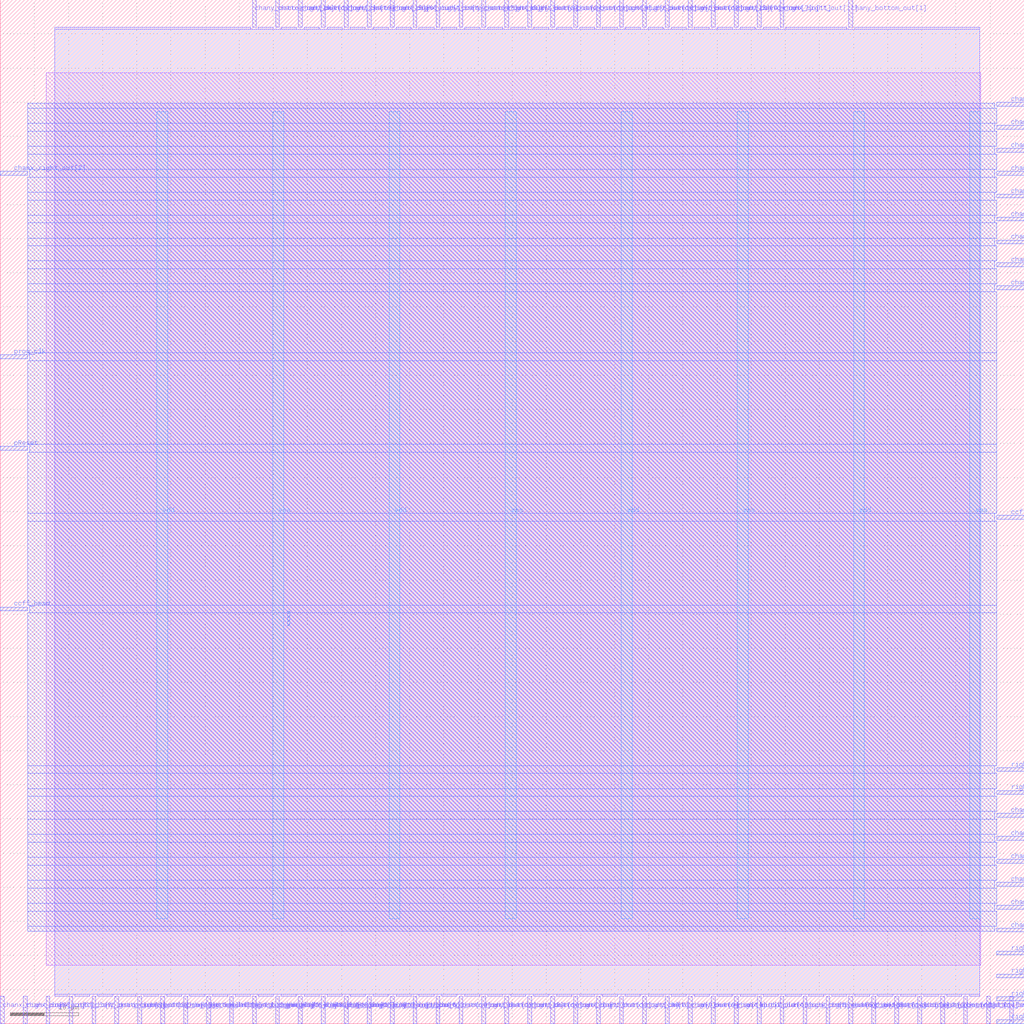
<source format=lef>
VERSION 5.7 ;
  NOWIREEXTENSIONATPIN ON ;
  DIVIDERCHAR "/" ;
  BUSBITCHARS "[]" ;
MACRO sb_0__2_
  CLASS BLOCK ;
  FOREIGN sb_0__2_ ;
  ORIGIN 0.000 0.000 ;
  SIZE 150.000 BY 150.000 ;
  PIN bottom_left_grid_right_width_0_height_0_subtile_0__pin_inpad_0_
    DIRECTION INPUT ;
    USE SIGNAL ;
    PORT
      LAYER Metal2 ;
        RECT 30.240 0.000 30.800 4.000 ;
    END
  END bottom_left_grid_right_width_0_height_0_subtile_0__pin_inpad_0_
  PIN bottom_left_grid_right_width_0_height_0_subtile_1__pin_inpad_0_
    DIRECTION INPUT ;
    USE SIGNAL ;
    PORT
      LAYER Metal2 ;
        RECT 10.080 0.000 10.640 4.000 ;
    END
  END bottom_left_grid_right_width_0_height_0_subtile_1__pin_inpad_0_
  PIN bottom_left_grid_right_width_0_height_0_subtile_2__pin_inpad_0_
    DIRECTION INPUT ;
    USE SIGNAL ;
    PORT
      LAYER Metal2 ;
        RECT 110.880 0.000 111.440 4.000 ;
    END
  END bottom_left_grid_right_width_0_height_0_subtile_2__pin_inpad_0_
  PIN bottom_left_grid_right_width_0_height_0_subtile_3__pin_inpad_0_
    DIRECTION INPUT ;
    USE SIGNAL ;
    PORT
      LAYER Metal2 ;
        RECT 144.480 0.000 145.040 4.000 ;
    END
  END bottom_left_grid_right_width_0_height_0_subtile_3__pin_inpad_0_
  PIN bottom_right_grid_left_width_0_height_0_subtile_0__pin_O_3_
    DIRECTION INPUT ;
    USE SIGNAL ;
    PORT
      LAYER Metal2 ;
        RECT 33.600 0.000 34.160 4.000 ;
    END
  END bottom_right_grid_left_width_0_height_0_subtile_0__pin_O_3_
  PIN bottom_right_grid_left_width_0_height_0_subtile_0__pin_O_7_
    DIRECTION INPUT ;
    USE SIGNAL ;
    PORT
      LAYER Metal2 ;
        RECT 23.520 0.000 24.080 4.000 ;
    END
  END bottom_right_grid_left_width_0_height_0_subtile_0__pin_O_7_
  PIN ccff_head
    DIRECTION INPUT ;
    USE SIGNAL ;
    ANTENNAGATEAREA 0.741000 ;
    ANTENNADIFFAREA 0.410400 ;
    PORT
      LAYER Metal3 ;
        RECT 0.000 60.480 4.000 61.040 ;
    END
  END ccff_head
  PIN ccff_tail
    DIRECTION OUTPUT TRISTATE ;
    USE SIGNAL ;
    ANTENNADIFFAREA 2.080400 ;
    PORT
      LAYER Metal3 ;
        RECT 146.000 73.920 150.000 74.480 ;
    END
  END ccff_tail
  PIN chanx_right_in[0]
    DIRECTION INPUT ;
    USE SIGNAL ;
    ANTENNAGATEAREA 0.741000 ;
    ANTENNADIFFAREA 0.410400 ;
    PORT
      LAYER Metal2 ;
        RECT 53.760 146.000 54.320 150.000 ;
    END
  END chanx_right_in[0]
  PIN chanx_right_in[10]
    DIRECTION INPUT ;
    USE SIGNAL ;
    ANTENNAGATEAREA 0.741000 ;
    ANTENNADIFFAREA 0.410400 ;
    PORT
      LAYER Metal2 ;
        RECT 80.640 0.000 81.200 4.000 ;
    END
  END chanx_right_in[10]
  PIN chanx_right_in[11]
    DIRECTION INPUT ;
    USE SIGNAL ;
    ANTENNAGATEAREA 0.741000 ;
    ANTENNADIFFAREA 0.410400 ;
    PORT
      LAYER Metal2 ;
        RECT 110.880 146.000 111.440 150.000 ;
    END
  END chanx_right_in[11]
  PIN chanx_right_in[12]
    DIRECTION INPUT ;
    USE SIGNAL ;
    ANTENNAGATEAREA 0.741000 ;
    ANTENNADIFFAREA 0.410400 ;
    PORT
      LAYER Metal3 ;
        RECT 146.000 13.440 150.000 14.000 ;
    END
  END chanx_right_in[12]
  PIN chanx_right_in[13]
    DIRECTION INPUT ;
    USE SIGNAL ;
    PORT
      LAYER Metal2 ;
        RECT 53.760 0.000 54.320 4.000 ;
    END
  END chanx_right_in[13]
  PIN chanx_right_in[14]
    DIRECTION INPUT ;
    USE SIGNAL ;
    PORT
      LAYER Metal2 ;
        RECT 40.320 0.000 40.880 4.000 ;
    END
  END chanx_right_in[14]
  PIN chanx_right_in[15]
    DIRECTION INPUT ;
    USE SIGNAL ;
    PORT
      LAYER Metal2 ;
        RECT 47.040 0.000 47.600 4.000 ;
    END
  END chanx_right_in[15]
  PIN chanx_right_in[16]
    DIRECTION INPUT ;
    USE SIGNAL ;
    PORT
      LAYER Metal2 ;
        RECT 36.960 0.000 37.520 4.000 ;
    END
  END chanx_right_in[16]
  PIN chanx_right_in[17]
    DIRECTION INPUT ;
    USE SIGNAL ;
    PORT
      LAYER Metal2 ;
        RECT 50.400 0.000 50.960 4.000 ;
    END
  END chanx_right_in[17]
  PIN chanx_right_in[18]
    DIRECTION INPUT ;
    USE SIGNAL ;
    PORT
      LAYER Metal2 ;
        RECT 43.680 0.000 44.240 4.000 ;
    END
  END chanx_right_in[18]
  PIN chanx_right_in[19]
    DIRECTION INPUT ;
    USE SIGNAL ;
    ANTENNAGATEAREA 0.741000 ;
    ANTENNADIFFAREA 0.410400 ;
    PORT
      LAYER Metal2 ;
        RECT 47.040 146.000 47.600 150.000 ;
    END
  END chanx_right_in[19]
  PIN chanx_right_in[1]
    DIRECTION INPUT ;
    USE SIGNAL ;
    ANTENNAGATEAREA 0.741000 ;
    ANTENNADIFFAREA 0.410400 ;
    PORT
      LAYER Metal2 ;
        RECT 60.480 146.000 61.040 150.000 ;
    END
  END chanx_right_in[1]
  PIN chanx_right_in[2]
    DIRECTION INPUT ;
    USE SIGNAL ;
    ANTENNAGATEAREA 0.741000 ;
    ANTENNADIFFAREA 0.410400 ;
    PORT
      LAYER Metal3 ;
        RECT 146.000 134.400 150.000 134.960 ;
    END
  END chanx_right_in[2]
  PIN chanx_right_in[3]
    DIRECTION INPUT ;
    USE SIGNAL ;
    PORT
      LAYER Metal2 ;
        RECT 3.360 0.000 3.920 4.000 ;
    END
  END chanx_right_in[3]
  PIN chanx_right_in[4]
    DIRECTION INPUT ;
    USE SIGNAL ;
    PORT
      LAYER Metal2 ;
        RECT 6.720 0.000 7.280 4.000 ;
    END
  END chanx_right_in[4]
  PIN chanx_right_in[5]
    DIRECTION INPUT ;
    USE SIGNAL ;
    PORT
      LAYER Metal2 ;
        RECT 114.240 0.000 114.800 4.000 ;
    END
  END chanx_right_in[5]
  PIN chanx_right_in[6]
    DIRECTION INPUT ;
    USE SIGNAL ;
    PORT
      LAYER Metal2 ;
        RECT 57.120 0.000 57.680 4.000 ;
    END
  END chanx_right_in[6]
  PIN chanx_right_in[7]
    DIRECTION INPUT ;
    USE SIGNAL ;
    PORT
      LAYER Metal2 ;
        RECT 90.720 0.000 91.280 4.000 ;
    END
  END chanx_right_in[7]
  PIN chanx_right_in[8]
    DIRECTION INPUT ;
    USE SIGNAL ;
    PORT
      LAYER Metal2 ;
        RECT 0.000 0.000 0.560 4.000 ;
    END
  END chanx_right_in[8]
  PIN chanx_right_in[9]
    DIRECTION INPUT ;
    USE SIGNAL ;
    ANTENNAGATEAREA 0.741000 ;
    ANTENNADIFFAREA 0.410400 ;
    PORT
      LAYER Metal2 ;
        RECT 104.160 146.000 104.720 150.000 ;
    END
  END chanx_right_in[9]
  PIN chanx_right_out[0]
    DIRECTION OUTPUT TRISTATE ;
    USE SIGNAL ;
    ANTENNADIFFAREA 0.360800 ;
    PORT
      LAYER Metal3 ;
        RECT 146.000 114.240 150.000 114.800 ;
    END
  END chanx_right_out[0]
  PIN chanx_right_out[10]
    DIRECTION OUTPUT TRISTATE ;
    USE SIGNAL ;
    ANTENNADIFFAREA 0.360800 ;
    PORT
      LAYER Metal2 ;
        RECT 73.920 0.000 74.480 4.000 ;
    END
  END chanx_right_out[10]
  PIN chanx_right_out[11]
    DIRECTION OUTPUT TRISTATE ;
    USE SIGNAL ;
    ANTENNADIFFAREA 0.360800 ;
    PORT
      LAYER Metal2 ;
        RECT 114.240 146.000 114.800 150.000 ;
    END
  END chanx_right_out[11]
  PIN chanx_right_out[12]
    DIRECTION OUTPUT TRISTATE ;
    USE SIGNAL ;
    ANTENNADIFFAREA 0.360800 ;
    PORT
      LAYER Metal2 ;
        RECT 40.320 146.000 40.880 150.000 ;
    END
  END chanx_right_out[12]
  PIN chanx_right_out[13]
    DIRECTION OUTPUT TRISTATE ;
    USE SIGNAL ;
    ANTENNADIFFAREA 0.360800 ;
    PORT
      LAYER Metal2 ;
        RECT 84.000 0.000 84.560 4.000 ;
    END
  END chanx_right_out[13]
  PIN chanx_right_out[14]
    DIRECTION OUTPUT TRISTATE ;
    USE SIGNAL ;
    ANTENNADIFFAREA 0.360800 ;
    PORT
      LAYER Metal2 ;
        RECT 124.320 0.000 124.880 4.000 ;
    END
  END chanx_right_out[14]
  PIN chanx_right_out[15]
    DIRECTION OUTPUT TRISTATE ;
    USE SIGNAL ;
    ANTENNADIFFAREA 0.360800 ;
    PORT
      LAYER Metal2 ;
        RECT 107.520 0.000 108.080 4.000 ;
    END
  END chanx_right_out[15]
  PIN chanx_right_out[16]
    DIRECTION OUTPUT TRISTATE ;
    USE SIGNAL ;
    ANTENNADIFFAREA 2.080400 ;
    PORT
      LAYER Metal2 ;
        RECT 90.720 146.000 91.280 150.000 ;
    END
  END chanx_right_out[16]
  PIN chanx_right_out[17]
    DIRECTION OUTPUT TRISTATE ;
    USE SIGNAL ;
    ANTENNADIFFAREA 2.080400 ;
    PORT
      LAYER Metal3 ;
        RECT 146.000 30.240 150.000 30.800 ;
    END
  END chanx_right_out[17]
  PIN chanx_right_out[18]
    DIRECTION OUTPUT TRISTATE ;
    USE SIGNAL ;
    ANTENNADIFFAREA 2.080400 ;
    PORT
      LAYER Metal2 ;
        RECT 97.440 146.000 98.000 150.000 ;
    END
  END chanx_right_out[18]
  PIN chanx_right_out[19]
    DIRECTION OUTPUT TRISTATE ;
    USE SIGNAL ;
    ANTENNADIFFAREA 2.080400 ;
    PORT
      LAYER Metal2 ;
        RECT 67.200 0.000 67.760 4.000 ;
    END
  END chanx_right_out[19]
  PIN chanx_right_out[1]
    DIRECTION OUTPUT TRISTATE ;
    USE SIGNAL ;
    ANTENNADIFFAREA 0.360800 ;
    PORT
      LAYER Metal2 ;
        RECT 57.120 146.000 57.680 150.000 ;
    END
  END chanx_right_out[1]
  PIN chanx_right_out[2]
    DIRECTION OUTPUT TRISTATE ;
    USE SIGNAL ;
    ANTENNADIFFAREA 0.360800 ;
    PORT
      LAYER Metal3 ;
        RECT 0.000 124.320 4.000 124.880 ;
    END
  END chanx_right_out[2]
  PIN chanx_right_out[3]
    DIRECTION OUTPUT TRISTATE ;
    USE SIGNAL ;
    ANTENNADIFFAREA 0.360800 ;
    PORT
      LAYER Metal2 ;
        RECT 73.920 146.000 74.480 150.000 ;
    END
  END chanx_right_out[3]
  PIN chanx_right_out[4]
    DIRECTION OUTPUT TRISTATE ;
    USE SIGNAL ;
    ANTENNADIFFAREA 0.360800 ;
    PORT
      LAYER Metal2 ;
        RECT 70.560 146.000 71.120 150.000 ;
    END
  END chanx_right_out[4]
  PIN chanx_right_out[5]
    DIRECTION OUTPUT TRISTATE ;
    USE SIGNAL ;
    ANTENNADIFFAREA 0.360800 ;
    PORT
      LAYER Metal3 ;
        RECT 146.000 117.600 150.000 118.160 ;
    END
  END chanx_right_out[5]
  PIN chanx_right_out[6]
    DIRECTION OUTPUT TRISTATE ;
    USE SIGNAL ;
    ANTENNADIFFAREA 2.080400 ;
    PORT
      LAYER Metal2 ;
        RECT 87.360 146.000 87.920 150.000 ;
    END
  END chanx_right_out[6]
  PIN chanx_right_out[7]
    DIRECTION OUTPUT TRISTATE ;
    USE SIGNAL ;
    ANTENNADIFFAREA 2.080400 ;
    PORT
      LAYER Metal2 ;
        RECT 104.160 0.000 104.720 4.000 ;
    END
  END chanx_right_out[7]
  PIN chanx_right_out[8]
    DIRECTION OUTPUT TRISTATE ;
    USE SIGNAL ;
    ANTENNADIFFAREA 1.986000 ;
    PORT
      LAYER Metal3 ;
        RECT 146.000 110.880 150.000 111.440 ;
    END
  END chanx_right_out[8]
  PIN chanx_right_out[9]
    DIRECTION OUTPUT TRISTATE ;
    USE SIGNAL ;
    ANTENNADIFFAREA 2.080400 ;
    PORT
      LAYER Metal2 ;
        RECT 97.440 0.000 98.000 4.000 ;
    END
  END chanx_right_out[9]
  PIN chany_bottom_in[0]
    DIRECTION INPUT ;
    USE SIGNAL ;
    ANTENNAGATEAREA 0.741000 ;
    ANTENNADIFFAREA 0.410400 ;
    PORT
      LAYER Metal2 ;
        RECT 94.080 146.000 94.640 150.000 ;
    END
  END chany_bottom_in[0]
  PIN chany_bottom_in[10]
    DIRECTION INPUT ;
    USE SIGNAL ;
    ANTENNAGATEAREA 0.741000 ;
    ANTENNADIFFAREA 0.410400 ;
    PORT
      LAYER Metal3 ;
        RECT 146.000 107.520 150.000 108.080 ;
    END
  END chany_bottom_in[10]
  PIN chany_bottom_in[11]
    DIRECTION INPUT ;
    USE SIGNAL ;
    ANTENNAGATEAREA 0.741000 ;
    ANTENNADIFFAREA 0.410400 ;
    PORT
      LAYER Metal2 ;
        RECT 100.800 0.000 101.360 4.000 ;
    END
  END chany_bottom_in[11]
  PIN chany_bottom_in[12]
    DIRECTION INPUT ;
    USE SIGNAL ;
    ANTENNAGATEAREA 0.741000 ;
    ANTENNADIFFAREA 0.410400 ;
    PORT
      LAYER Metal2 ;
        RECT 80.640 146.000 81.200 150.000 ;
    END
  END chany_bottom_in[12]
  PIN chany_bottom_in[13]
    DIRECTION INPUT ;
    USE SIGNAL ;
    PORT
      LAYER Metal2 ;
        RECT 26.880 0.000 27.440 4.000 ;
    END
  END chany_bottom_in[13]
  PIN chany_bottom_in[14]
    DIRECTION INPUT ;
    USE SIGNAL ;
    PORT
      LAYER Metal2 ;
        RECT 137.760 0.000 138.320 4.000 ;
    END
  END chany_bottom_in[14]
  PIN chany_bottom_in[15]
    DIRECTION INPUT ;
    USE SIGNAL ;
    PORT
      LAYER Metal2 ;
        RECT 20.160 0.000 20.720 4.000 ;
    END
  END chany_bottom_in[15]
  PIN chany_bottom_in[16]
    DIRECTION INPUT ;
    USE SIGNAL ;
    PORT
      LAYER Metal2 ;
        RECT 127.680 0.000 128.240 4.000 ;
    END
  END chany_bottom_in[16]
  PIN chany_bottom_in[17]
    DIRECTION INPUT ;
    USE SIGNAL ;
    PORT
      LAYER Metal2 ;
        RECT 134.400 0.000 134.960 4.000 ;
    END
  END chany_bottom_in[17]
  PIN chany_bottom_in[18]
    DIRECTION INPUT ;
    USE SIGNAL ;
    PORT
      LAYER Metal2 ;
        RECT 120.960 0.000 121.520 4.000 ;
    END
  END chany_bottom_in[18]
  PIN chany_bottom_in[19]
    DIRECTION INPUT ;
    USE SIGNAL ;
    ANTENNAGATEAREA 0.741000 ;
    ANTENNADIFFAREA 0.410400 ;
    PORT
      LAYER Metal2 ;
        RECT 60.480 0.000 61.040 4.000 ;
    END
  END chany_bottom_in[19]
  PIN chany_bottom_in[1]
    DIRECTION INPUT ;
    USE SIGNAL ;
    ANTENNAGATEAREA 0.741000 ;
    ANTENNADIFFAREA 0.410400 ;
    PORT
      LAYER Metal3 ;
        RECT 146.000 26.880 150.000 27.440 ;
    END
  END chany_bottom_in[1]
  PIN chany_bottom_in[2]
    DIRECTION INPUT ;
    USE SIGNAL ;
    ANTENNAGATEAREA 0.741000 ;
    ANTENNADIFFAREA 0.410400 ;
    PORT
      LAYER Metal2 ;
        RECT 77.280 146.000 77.840 150.000 ;
    END
  END chany_bottom_in[2]
  PIN chany_bottom_in[3]
    DIRECTION INPUT ;
    USE SIGNAL ;
    PORT
      LAYER Metal2 ;
        RECT 16.800 0.000 17.360 4.000 ;
    END
  END chany_bottom_in[3]
  PIN chany_bottom_in[4]
    DIRECTION INPUT ;
    USE SIGNAL ;
    PORT
      LAYER Metal2 ;
        RECT 147.840 0.000 148.400 4.000 ;
    END
  END chany_bottom_in[4]
  PIN chany_bottom_in[5]
    DIRECTION INPUT ;
    USE SIGNAL ;
    PORT
      LAYER Metal2 ;
        RECT 117.600 0.000 118.160 4.000 ;
    END
  END chany_bottom_in[5]
  PIN chany_bottom_in[6]
    DIRECTION INPUT ;
    USE SIGNAL ;
    PORT
      LAYER Metal2 ;
        RECT 141.120 0.000 141.680 4.000 ;
    END
  END chany_bottom_in[6]
  PIN chany_bottom_in[7]
    DIRECTION INPUT ;
    USE SIGNAL ;
    PORT
      LAYER Metal2 ;
        RECT 131.040 0.000 131.600 4.000 ;
    END
  END chany_bottom_in[7]
  PIN chany_bottom_in[8]
    DIRECTION INPUT ;
    USE SIGNAL ;
    PORT
      LAYER Metal2 ;
        RECT 13.440 0.000 14.000 4.000 ;
    END
  END chany_bottom_in[8]
  PIN chany_bottom_in[9]
    DIRECTION INPUT ;
    USE SIGNAL ;
    ANTENNAGATEAREA 0.741000 ;
    ANTENNADIFFAREA 0.410400 ;
    PORT
      LAYER Metal2 ;
        RECT 94.080 0.000 94.640 4.000 ;
    END
  END chany_bottom_in[9]
  PIN chany_bottom_out[0]
    DIRECTION OUTPUT TRISTATE ;
    USE SIGNAL ;
    ANTENNADIFFAREA 0.360800 ;
    PORT
      LAYER Metal3 ;
        RECT 146.000 131.040 150.000 131.600 ;
    END
  END chany_bottom_out[0]
  PIN chany_bottom_out[10]
    DIRECTION OUTPUT TRISTATE ;
    USE SIGNAL ;
    ANTENNADIFFAREA 0.360800 ;
    PORT
      LAYER Metal2 ;
        RECT 36.960 146.000 37.520 150.000 ;
    END
  END chany_bottom_out[10]
  PIN chany_bottom_out[11]
    DIRECTION OUTPUT TRISTATE ;
    USE SIGNAL ;
    ANTENNADIFFAREA 0.360800 ;
    PORT
      LAYER Metal3 ;
        RECT 146.000 124.320 150.000 124.880 ;
    END
  END chany_bottom_out[11]
  PIN chany_bottom_out[12]
    DIRECTION OUTPUT TRISTATE ;
    USE SIGNAL ;
    ANTENNADIFFAREA 0.360800 ;
    PORT
      LAYER Metal2 ;
        RECT 70.560 0.000 71.120 4.000 ;
    END
  END chany_bottom_out[12]
  PIN chany_bottom_out[13]
    DIRECTION OUTPUT TRISTATE ;
    USE SIGNAL ;
    ANTENNADIFFAREA 0.360800 ;
    PORT
      LAYER Metal2 ;
        RECT 100.800 146.000 101.360 150.000 ;
    END
  END chany_bottom_out[13]
  PIN chany_bottom_out[14]
    DIRECTION OUTPUT TRISTATE ;
    USE SIGNAL ;
    ANTENNADIFFAREA 0.360800 ;
    PORT
      LAYER Metal2 ;
        RECT 87.360 0.000 87.920 4.000 ;
    END
  END chany_bottom_out[14]
  PIN chany_bottom_out[15]
    DIRECTION OUTPUT TRISTATE ;
    USE SIGNAL ;
    ANTENNADIFFAREA 0.360800 ;
    PORT
      LAYER Metal3 ;
        RECT 146.000 120.960 150.000 121.520 ;
    END
  END chany_bottom_out[15]
  PIN chany_bottom_out[16]
    DIRECTION OUTPUT TRISTATE ;
    USE SIGNAL ;
    ANTENNADIFFAREA 1.986000 ;
    PORT
      LAYER Metal3 ;
        RECT 146.000 127.680 150.000 128.240 ;
    END
  END chany_bottom_out[16]
  PIN chany_bottom_out[17]
    DIRECTION OUTPUT TRISTATE ;
    USE SIGNAL ;
    ANTENNADIFFAREA 2.080400 ;
    PORT
      LAYER Metal2 ;
        RECT 63.840 146.000 64.400 150.000 ;
    END
  END chany_bottom_out[17]
  PIN chany_bottom_out[18]
    DIRECTION OUTPUT TRISTATE ;
    USE SIGNAL ;
    ANTENNADIFFAREA 2.080400 ;
    PORT
      LAYER Metal2 ;
        RECT 67.200 146.000 67.760 150.000 ;
    END
  END chany_bottom_out[18]
  PIN chany_bottom_out[19]
    DIRECTION OUTPUT TRISTATE ;
    USE SIGNAL ;
    ANTENNADIFFAREA 2.080400 ;
    PORT
      LAYER Metal2 ;
        RECT 50.400 146.000 50.960 150.000 ;
    END
  END chany_bottom_out[19]
  PIN chany_bottom_out[1]
    DIRECTION OUTPUT TRISTATE ;
    USE SIGNAL ;
    ANTENNADIFFAREA 0.360800 ;
    PORT
      LAYER Metal2 ;
        RECT 124.320 146.000 124.880 150.000 ;
    END
  END chany_bottom_out[1]
  PIN chany_bottom_out[2]
    DIRECTION OUTPUT TRISTATE ;
    USE SIGNAL ;
    ANTENNADIFFAREA 0.360800 ;
    PORT
      LAYER Metal2 ;
        RECT 43.680 146.000 44.240 150.000 ;
    END
  END chany_bottom_out[2]
  PIN chany_bottom_out[3]
    DIRECTION OUTPUT TRISTATE ;
    USE SIGNAL ;
    ANTENNADIFFAREA 0.360800 ;
    PORT
      LAYER Metal3 ;
        RECT 146.000 16.800 150.000 17.360 ;
    END
  END chany_bottom_out[3]
  PIN chany_bottom_out[4]
    DIRECTION OUTPUT TRISTATE ;
    USE SIGNAL ;
    ANTENNADIFFAREA 0.360800 ;
    PORT
      LAYER Metal3 ;
        RECT 146.000 23.520 150.000 24.080 ;
    END
  END chany_bottom_out[4]
  PIN chany_bottom_out[5]
    DIRECTION OUTPUT TRISTATE ;
    USE SIGNAL ;
    ANTENNADIFFAREA 0.360800 ;
    PORT
      LAYER Metal2 ;
        RECT 63.840 0.000 64.400 4.000 ;
    END
  END chany_bottom_out[5]
  PIN chany_bottom_out[6]
    DIRECTION OUTPUT TRISTATE ;
    USE SIGNAL ;
    ANTENNADIFFAREA 2.080400 ;
    PORT
      LAYER Metal3 ;
        RECT 146.000 20.160 150.000 20.720 ;
    END
  END chany_bottom_out[6]
  PIN chany_bottom_out[7]
    DIRECTION OUTPUT TRISTATE ;
    USE SIGNAL ;
    ANTENNADIFFAREA 2.080400 ;
    PORT
      LAYER Metal2 ;
        RECT 107.520 146.000 108.080 150.000 ;
    END
  END chany_bottom_out[7]
  PIN chany_bottom_out[8]
    DIRECTION OUTPUT TRISTATE ;
    USE SIGNAL ;
    ANTENNADIFFAREA 2.080400 ;
    PORT
      LAYER Metal2 ;
        RECT 77.280 0.000 77.840 4.000 ;
    END
  END chany_bottom_out[8]
  PIN chany_bottom_out[9]
    DIRECTION OUTPUT TRISTATE ;
    USE SIGNAL ;
    ANTENNADIFFAREA 2.080400 ;
    PORT
      LAYER Metal2 ;
        RECT 84.000 146.000 84.560 150.000 ;
    END
  END chany_bottom_out[9]
  PIN pReset
    DIRECTION INPUT ;
    USE SIGNAL ;
    ANTENNAGATEAREA 0.726000 ;
    ANTENNADIFFAREA 0.410400 ;
    PORT
      LAYER Metal3 ;
        RECT 0.000 84.000 4.000 84.560 ;
    END
  END pReset
  PIN prog_clk
    DIRECTION INPUT ;
    USE SIGNAL ;
    ANTENNAGATEAREA 4.738000 ;
    ANTENNADIFFAREA 0.410400 ;
    PORT
      LAYER Metal3 ;
        RECT 0.000 97.440 4.000 98.000 ;
    END
  END prog_clk
  PIN right_bottom_grid_top_width_0_height_0_subtile_0__pin_O_0_
    DIRECTION INPUT ;
    USE SIGNAL ;
    PORT
      LAYER Metal3 ;
        RECT 146.000 6.720 150.000 7.280 ;
    END
  END right_bottom_grid_top_width_0_height_0_subtile_0__pin_O_0_
  PIN right_bottom_grid_top_width_0_height_0_subtile_0__pin_O_4_
    DIRECTION INPUT ;
    USE SIGNAL ;
    PORT
      LAYER Metal3 ;
        RECT 146.000 10.080 150.000 10.640 ;
    END
  END right_bottom_grid_top_width_0_height_0_subtile_0__pin_O_4_
  PIN right_top_grid_bottom_width_0_height_0_subtile_0__pin_inpad_0_
    DIRECTION INPUT ;
    USE SIGNAL ;
    PORT
      LAYER Metal3 ;
        RECT 146.000 36.960 150.000 37.520 ;
    END
  END right_top_grid_bottom_width_0_height_0_subtile_0__pin_inpad_0_
  PIN right_top_grid_bottom_width_0_height_0_subtile_1__pin_inpad_0_
    DIRECTION INPUT ;
    USE SIGNAL ;
    PORT
      LAYER Metal3 ;
        RECT 146.000 33.600 150.000 34.160 ;
    END
  END right_top_grid_bottom_width_0_height_0_subtile_1__pin_inpad_0_
  PIN right_top_grid_bottom_width_0_height_0_subtile_2__pin_inpad_0_
    DIRECTION INPUT ;
    USE SIGNAL ;
    PORT
      LAYER Metal3 ;
        RECT 146.000 0.000 150.000 0.560 ;
    END
  END right_top_grid_bottom_width_0_height_0_subtile_2__pin_inpad_0_
  PIN right_top_grid_bottom_width_0_height_0_subtile_3__pin_inpad_0_
    DIRECTION INPUT ;
    USE SIGNAL ;
    PORT
      LAYER Metal3 ;
        RECT 146.000 3.360 150.000 3.920 ;
    END
  END right_top_grid_bottom_width_0_height_0_subtile_3__pin_inpad_0_
  PIN vdd
    DIRECTION INOUT ;
    USE POWER ;
    PORT
      LAYER Metal4 ;
        RECT 22.930 15.380 24.530 133.580 ;
    END
    PORT
      LAYER Metal4 ;
        RECT 56.950 15.380 58.550 133.580 ;
    END
    PORT
      LAYER Metal4 ;
        RECT 90.970 15.380 92.570 133.580 ;
    END
    PORT
      LAYER Metal4 ;
        RECT 124.990 15.380 126.590 133.580 ;
    END
  END vdd
  PIN vss
    DIRECTION INOUT ;
    USE GROUND ;
    PORT
      LAYER Metal4 ;
        RECT 39.940 15.380 41.540 133.580 ;
    END
    PORT
      LAYER Metal4 ;
        RECT 73.960 15.380 75.560 133.580 ;
    END
    PORT
      LAYER Metal4 ;
        RECT 107.980 15.380 109.580 133.580 ;
    END
    PORT
      LAYER Metal4 ;
        RECT 142.000 15.380 143.600 133.580 ;
    END
  END vss
  OBS
      LAYER Metal1 ;
        RECT 6.720 8.550 143.600 139.290 ;
      LAYER Metal2 ;
        RECT 7.980 145.700 36.660 146.000 ;
        RECT 37.820 145.700 40.020 146.000 ;
        RECT 41.180 145.700 43.380 146.000 ;
        RECT 44.540 145.700 46.740 146.000 ;
        RECT 47.900 145.700 50.100 146.000 ;
        RECT 51.260 145.700 53.460 146.000 ;
        RECT 54.620 145.700 56.820 146.000 ;
        RECT 57.980 145.700 60.180 146.000 ;
        RECT 61.340 145.700 63.540 146.000 ;
        RECT 64.700 145.700 66.900 146.000 ;
        RECT 68.060 145.700 70.260 146.000 ;
        RECT 71.420 145.700 73.620 146.000 ;
        RECT 74.780 145.700 76.980 146.000 ;
        RECT 78.140 145.700 80.340 146.000 ;
        RECT 81.500 145.700 83.700 146.000 ;
        RECT 84.860 145.700 87.060 146.000 ;
        RECT 88.220 145.700 90.420 146.000 ;
        RECT 91.580 145.700 93.780 146.000 ;
        RECT 94.940 145.700 97.140 146.000 ;
        RECT 98.300 145.700 100.500 146.000 ;
        RECT 101.660 145.700 103.860 146.000 ;
        RECT 105.020 145.700 107.220 146.000 ;
        RECT 108.380 145.700 110.580 146.000 ;
        RECT 111.740 145.700 113.940 146.000 ;
        RECT 115.100 145.700 124.020 146.000 ;
        RECT 125.180 145.700 143.460 146.000 ;
        RECT 7.980 4.300 143.460 145.700 ;
        RECT 7.980 4.000 9.780 4.300 ;
        RECT 10.940 4.000 13.140 4.300 ;
        RECT 14.300 4.000 16.500 4.300 ;
        RECT 17.660 4.000 19.860 4.300 ;
        RECT 21.020 4.000 23.220 4.300 ;
        RECT 24.380 4.000 26.580 4.300 ;
        RECT 27.740 4.000 29.940 4.300 ;
        RECT 31.100 4.000 33.300 4.300 ;
        RECT 34.460 4.000 36.660 4.300 ;
        RECT 37.820 4.000 40.020 4.300 ;
        RECT 41.180 4.000 43.380 4.300 ;
        RECT 44.540 4.000 46.740 4.300 ;
        RECT 47.900 4.000 50.100 4.300 ;
        RECT 51.260 4.000 53.460 4.300 ;
        RECT 54.620 4.000 56.820 4.300 ;
        RECT 57.980 4.000 60.180 4.300 ;
        RECT 61.340 4.000 63.540 4.300 ;
        RECT 64.700 4.000 66.900 4.300 ;
        RECT 68.060 4.000 70.260 4.300 ;
        RECT 71.420 4.000 73.620 4.300 ;
        RECT 74.780 4.000 76.980 4.300 ;
        RECT 78.140 4.000 80.340 4.300 ;
        RECT 81.500 4.000 83.700 4.300 ;
        RECT 84.860 4.000 87.060 4.300 ;
        RECT 88.220 4.000 90.420 4.300 ;
        RECT 91.580 4.000 93.780 4.300 ;
        RECT 94.940 4.000 97.140 4.300 ;
        RECT 98.300 4.000 100.500 4.300 ;
        RECT 101.660 4.000 103.860 4.300 ;
        RECT 105.020 4.000 107.220 4.300 ;
        RECT 108.380 4.000 110.580 4.300 ;
        RECT 111.740 4.000 113.940 4.300 ;
        RECT 115.100 4.000 117.300 4.300 ;
        RECT 118.460 4.000 120.660 4.300 ;
        RECT 121.820 4.000 124.020 4.300 ;
        RECT 125.180 4.000 127.380 4.300 ;
        RECT 128.540 4.000 130.740 4.300 ;
        RECT 131.900 4.000 134.100 4.300 ;
        RECT 135.260 4.000 137.460 4.300 ;
        RECT 138.620 4.000 140.820 4.300 ;
        RECT 141.980 4.000 143.460 4.300 ;
      LAYER Metal3 ;
        RECT 4.000 134.100 145.700 134.820 ;
        RECT 4.000 131.900 146.000 134.100 ;
        RECT 4.000 130.740 145.700 131.900 ;
        RECT 4.000 128.540 146.000 130.740 ;
        RECT 4.000 127.380 145.700 128.540 ;
        RECT 4.000 125.180 146.000 127.380 ;
        RECT 4.300 124.020 145.700 125.180 ;
        RECT 4.000 121.820 146.000 124.020 ;
        RECT 4.000 120.660 145.700 121.820 ;
        RECT 4.000 118.460 146.000 120.660 ;
        RECT 4.000 117.300 145.700 118.460 ;
        RECT 4.000 115.100 146.000 117.300 ;
        RECT 4.000 113.940 145.700 115.100 ;
        RECT 4.000 111.740 146.000 113.940 ;
        RECT 4.000 110.580 145.700 111.740 ;
        RECT 4.000 108.380 146.000 110.580 ;
        RECT 4.000 107.220 145.700 108.380 ;
        RECT 4.000 98.300 146.000 107.220 ;
        RECT 4.300 97.140 146.000 98.300 ;
        RECT 4.000 84.860 146.000 97.140 ;
        RECT 4.300 83.700 146.000 84.860 ;
        RECT 4.000 74.780 146.000 83.700 ;
        RECT 4.000 73.620 145.700 74.780 ;
        RECT 4.000 61.340 146.000 73.620 ;
        RECT 4.300 60.180 146.000 61.340 ;
        RECT 4.000 37.820 146.000 60.180 ;
        RECT 4.000 36.660 145.700 37.820 ;
        RECT 4.000 34.460 146.000 36.660 ;
        RECT 4.000 33.300 145.700 34.460 ;
        RECT 4.000 31.100 146.000 33.300 ;
        RECT 4.000 29.940 145.700 31.100 ;
        RECT 4.000 27.740 146.000 29.940 ;
        RECT 4.000 26.580 145.700 27.740 ;
        RECT 4.000 24.380 146.000 26.580 ;
        RECT 4.000 23.220 145.700 24.380 ;
        RECT 4.000 21.020 146.000 23.220 ;
        RECT 4.000 19.860 145.700 21.020 ;
        RECT 4.000 17.660 146.000 19.860 ;
        RECT 4.000 16.500 145.700 17.660 ;
        RECT 4.000 14.300 146.000 16.500 ;
        RECT 4.000 13.580 145.700 14.300 ;
      LAYER Metal4 ;
        RECT 42.140 58.330 42.420 60.390 ;
  END
END sb_0__2_
END LIBRARY


</source>
